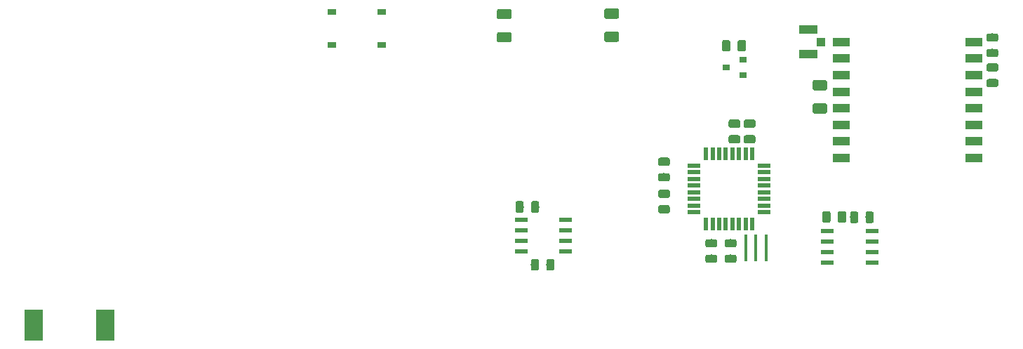
<source format=gtp>
G04 #@! TF.GenerationSoftware,KiCad,Pcbnew,5.0.2-bee76a0~70~ubuntu18.04.1*
G04 #@! TF.CreationDate,2019-01-24T05:23:48+01:00*
G04 #@! TF.ProjectId,radiador,72616469-6164-46f7-922e-6b696361645f,rev?*
G04 #@! TF.SameCoordinates,Original*
G04 #@! TF.FileFunction,Paste,Top*
G04 #@! TF.FilePolarity,Positive*
%FSLAX46Y46*%
G04 Gerber Fmt 4.6, Leading zero omitted, Abs format (unit mm)*
G04 Created by KiCad (PCBNEW 5.0.2-bee76a0~70~ubuntu18.04.1) date jue 24 ene 2019 05:23:48 CET*
%MOMM*%
%LPD*%
G01*
G04 APERTURE LIST*
%ADD10C,0.100000*%
%ADD11C,0.975000*%
%ADD12C,1.250000*%
%ADD13R,0.900000X0.800000*%
%ADD14R,0.550000X1.600000*%
%ADD15R,1.600000X0.550000*%
%ADD16R,1.550000X0.600000*%
%ADD17R,0.400000X3.200000*%
%ADD18R,2.200000X1.050000*%
%ADD19R,1.050000X1.000000*%
%ADD20R,2.000000X1.000000*%
%ADD21R,1.000000X0.700000*%
%ADD22R,2.200000X3.800000*%
G04 APERTURE END LIST*
D10*
G04 #@! TO.C,C13*
G36*
X125474473Y-36152234D02*
X125498134Y-36155744D01*
X125521338Y-36161556D01*
X125543860Y-36169614D01*
X125565484Y-36179842D01*
X125586001Y-36192139D01*
X125605214Y-36206389D01*
X125622938Y-36222453D01*
X125639002Y-36240177D01*
X125653252Y-36259390D01*
X125665549Y-36279907D01*
X125675777Y-36301531D01*
X125683835Y-36324053D01*
X125689647Y-36347257D01*
X125693157Y-36370918D01*
X125694331Y-36394810D01*
X125694331Y-36882310D01*
X125693157Y-36906202D01*
X125689647Y-36929863D01*
X125683835Y-36953067D01*
X125675777Y-36975589D01*
X125665549Y-36997213D01*
X125653252Y-37017730D01*
X125639002Y-37036943D01*
X125622938Y-37054667D01*
X125605214Y-37070731D01*
X125586001Y-37084981D01*
X125565484Y-37097278D01*
X125543860Y-37107506D01*
X125521338Y-37115564D01*
X125498134Y-37121376D01*
X125474473Y-37124886D01*
X125450581Y-37126060D01*
X124538081Y-37126060D01*
X124514189Y-37124886D01*
X124490528Y-37121376D01*
X124467324Y-37115564D01*
X124444802Y-37107506D01*
X124423178Y-37097278D01*
X124402661Y-37084981D01*
X124383448Y-37070731D01*
X124365724Y-37054667D01*
X124349660Y-37036943D01*
X124335410Y-37017730D01*
X124323113Y-36997213D01*
X124312885Y-36975589D01*
X124304827Y-36953067D01*
X124299015Y-36929863D01*
X124295505Y-36906202D01*
X124294331Y-36882310D01*
X124294331Y-36394810D01*
X124295505Y-36370918D01*
X124299015Y-36347257D01*
X124304827Y-36324053D01*
X124312885Y-36301531D01*
X124323113Y-36279907D01*
X124335410Y-36259390D01*
X124349660Y-36240177D01*
X124365724Y-36222453D01*
X124383448Y-36206389D01*
X124402661Y-36192139D01*
X124423178Y-36179842D01*
X124444802Y-36169614D01*
X124467324Y-36161556D01*
X124490528Y-36155744D01*
X124514189Y-36152234D01*
X124538081Y-36151060D01*
X125450581Y-36151060D01*
X125474473Y-36152234D01*
X125474473Y-36152234D01*
G37*
D11*
X124994331Y-36638560D03*
D10*
G36*
X125474473Y-34277234D02*
X125498134Y-34280744D01*
X125521338Y-34286556D01*
X125543860Y-34294614D01*
X125565484Y-34304842D01*
X125586001Y-34317139D01*
X125605214Y-34331389D01*
X125622938Y-34347453D01*
X125639002Y-34365177D01*
X125653252Y-34384390D01*
X125665549Y-34404907D01*
X125675777Y-34426531D01*
X125683835Y-34449053D01*
X125689647Y-34472257D01*
X125693157Y-34495918D01*
X125694331Y-34519810D01*
X125694331Y-35007310D01*
X125693157Y-35031202D01*
X125689647Y-35054863D01*
X125683835Y-35078067D01*
X125675777Y-35100589D01*
X125665549Y-35122213D01*
X125653252Y-35142730D01*
X125639002Y-35161943D01*
X125622938Y-35179667D01*
X125605214Y-35195731D01*
X125586001Y-35209981D01*
X125565484Y-35222278D01*
X125543860Y-35232506D01*
X125521338Y-35240564D01*
X125498134Y-35246376D01*
X125474473Y-35249886D01*
X125450581Y-35251060D01*
X124538081Y-35251060D01*
X124514189Y-35249886D01*
X124490528Y-35246376D01*
X124467324Y-35240564D01*
X124444802Y-35232506D01*
X124423178Y-35222278D01*
X124402661Y-35209981D01*
X124383448Y-35195731D01*
X124365724Y-35179667D01*
X124349660Y-35161943D01*
X124335410Y-35142730D01*
X124323113Y-35122213D01*
X124312885Y-35100589D01*
X124304827Y-35078067D01*
X124299015Y-35054863D01*
X124295505Y-35031202D01*
X124294331Y-35007310D01*
X124294331Y-34519810D01*
X124295505Y-34495918D01*
X124299015Y-34472257D01*
X124304827Y-34449053D01*
X124312885Y-34426531D01*
X124323113Y-34404907D01*
X124335410Y-34384390D01*
X124349660Y-34365177D01*
X124365724Y-34347453D01*
X124383448Y-34331389D01*
X124402661Y-34317139D01*
X124423178Y-34304842D01*
X124444802Y-34294614D01*
X124467324Y-34286556D01*
X124490528Y-34280744D01*
X124514189Y-34277234D01*
X124538081Y-34276060D01*
X125450581Y-34276060D01*
X125474473Y-34277234D01*
X125474473Y-34277234D01*
G37*
D11*
X124994331Y-34763560D03*
G04 #@! TD*
D10*
G04 #@! TO.C,C4*
G36*
X108988896Y-23657363D02*
X109013165Y-23660963D01*
X109036963Y-23666924D01*
X109060063Y-23675189D01*
X109082241Y-23685679D01*
X109103285Y-23698292D01*
X109122990Y-23712906D01*
X109141169Y-23729382D01*
X109157645Y-23747561D01*
X109172259Y-23767266D01*
X109184872Y-23788310D01*
X109195362Y-23810488D01*
X109203627Y-23833588D01*
X109209588Y-23857386D01*
X109213188Y-23881655D01*
X109214392Y-23906159D01*
X109214392Y-24656159D01*
X109213188Y-24680663D01*
X109209588Y-24704932D01*
X109203627Y-24728730D01*
X109195362Y-24751830D01*
X109184872Y-24774008D01*
X109172259Y-24795052D01*
X109157645Y-24814757D01*
X109141169Y-24832936D01*
X109122990Y-24849412D01*
X109103285Y-24864026D01*
X109082241Y-24876639D01*
X109060063Y-24887129D01*
X109036963Y-24895394D01*
X109013165Y-24901355D01*
X108988896Y-24904955D01*
X108964392Y-24906159D01*
X107714392Y-24906159D01*
X107689888Y-24904955D01*
X107665619Y-24901355D01*
X107641821Y-24895394D01*
X107618721Y-24887129D01*
X107596543Y-24876639D01*
X107575499Y-24864026D01*
X107555794Y-24849412D01*
X107537615Y-24832936D01*
X107521139Y-24814757D01*
X107506525Y-24795052D01*
X107493912Y-24774008D01*
X107483422Y-24751830D01*
X107475157Y-24728730D01*
X107469196Y-24704932D01*
X107465596Y-24680663D01*
X107464392Y-24656159D01*
X107464392Y-23906159D01*
X107465596Y-23881655D01*
X107469196Y-23857386D01*
X107475157Y-23833588D01*
X107483422Y-23810488D01*
X107493912Y-23788310D01*
X107506525Y-23767266D01*
X107521139Y-23747561D01*
X107537615Y-23729382D01*
X107555794Y-23712906D01*
X107575499Y-23698292D01*
X107596543Y-23685679D01*
X107618721Y-23675189D01*
X107641821Y-23666924D01*
X107665619Y-23660963D01*
X107689888Y-23657363D01*
X107714392Y-23656159D01*
X108964392Y-23656159D01*
X108988896Y-23657363D01*
X108988896Y-23657363D01*
G37*
D12*
X108339392Y-24281159D03*
D10*
G36*
X108988896Y-20857363D02*
X109013165Y-20860963D01*
X109036963Y-20866924D01*
X109060063Y-20875189D01*
X109082241Y-20885679D01*
X109103285Y-20898292D01*
X109122990Y-20912906D01*
X109141169Y-20929382D01*
X109157645Y-20947561D01*
X109172259Y-20967266D01*
X109184872Y-20988310D01*
X109195362Y-21010488D01*
X109203627Y-21033588D01*
X109209588Y-21057386D01*
X109213188Y-21081655D01*
X109214392Y-21106159D01*
X109214392Y-21856159D01*
X109213188Y-21880663D01*
X109209588Y-21904932D01*
X109203627Y-21928730D01*
X109195362Y-21951830D01*
X109184872Y-21974008D01*
X109172259Y-21995052D01*
X109157645Y-22014757D01*
X109141169Y-22032936D01*
X109122990Y-22049412D01*
X109103285Y-22064026D01*
X109082241Y-22076639D01*
X109060063Y-22087129D01*
X109036963Y-22095394D01*
X109013165Y-22101355D01*
X108988896Y-22104955D01*
X108964392Y-22106159D01*
X107714392Y-22106159D01*
X107689888Y-22104955D01*
X107665619Y-22101355D01*
X107641821Y-22095394D01*
X107618721Y-22087129D01*
X107596543Y-22076639D01*
X107575499Y-22064026D01*
X107555794Y-22049412D01*
X107537615Y-22032936D01*
X107521139Y-22014757D01*
X107506525Y-21995052D01*
X107493912Y-21974008D01*
X107483422Y-21951830D01*
X107475157Y-21928730D01*
X107469196Y-21904932D01*
X107465596Y-21880663D01*
X107464392Y-21856159D01*
X107464392Y-21106159D01*
X107465596Y-21081655D01*
X107469196Y-21057386D01*
X107475157Y-21033588D01*
X107483422Y-21010488D01*
X107493912Y-20988310D01*
X107506525Y-20967266D01*
X107521139Y-20947561D01*
X107537615Y-20929382D01*
X107555794Y-20912906D01*
X107575499Y-20898292D01*
X107596543Y-20885679D01*
X107618721Y-20875189D01*
X107641821Y-20866924D01*
X107665619Y-20860963D01*
X107689888Y-20857363D01*
X107714392Y-20856159D01*
X108964392Y-20856159D01*
X108988896Y-20857363D01*
X108988896Y-20857363D01*
G37*
D12*
X108339392Y-21481159D03*
G04 #@! TD*
D10*
G04 #@! TO.C,R7*
G36*
X99376142Y-44094074D02*
X99399803Y-44097584D01*
X99423007Y-44103396D01*
X99445529Y-44111454D01*
X99467153Y-44121682D01*
X99487670Y-44133979D01*
X99506883Y-44148229D01*
X99524607Y-44164293D01*
X99540671Y-44182017D01*
X99554921Y-44201230D01*
X99567218Y-44221747D01*
X99577446Y-44243371D01*
X99585504Y-44265893D01*
X99591316Y-44289097D01*
X99594826Y-44312758D01*
X99596000Y-44336650D01*
X99596000Y-45249150D01*
X99594826Y-45273042D01*
X99591316Y-45296703D01*
X99585504Y-45319907D01*
X99577446Y-45342429D01*
X99567218Y-45364053D01*
X99554921Y-45384570D01*
X99540671Y-45403783D01*
X99524607Y-45421507D01*
X99506883Y-45437571D01*
X99487670Y-45451821D01*
X99467153Y-45464118D01*
X99445529Y-45474346D01*
X99423007Y-45482404D01*
X99399803Y-45488216D01*
X99376142Y-45491726D01*
X99352250Y-45492900D01*
X98864750Y-45492900D01*
X98840858Y-45491726D01*
X98817197Y-45488216D01*
X98793993Y-45482404D01*
X98771471Y-45474346D01*
X98749847Y-45464118D01*
X98729330Y-45451821D01*
X98710117Y-45437571D01*
X98692393Y-45421507D01*
X98676329Y-45403783D01*
X98662079Y-45384570D01*
X98649782Y-45364053D01*
X98639554Y-45342429D01*
X98631496Y-45319907D01*
X98625684Y-45296703D01*
X98622174Y-45273042D01*
X98621000Y-45249150D01*
X98621000Y-44336650D01*
X98622174Y-44312758D01*
X98625684Y-44289097D01*
X98631496Y-44265893D01*
X98639554Y-44243371D01*
X98649782Y-44221747D01*
X98662079Y-44201230D01*
X98676329Y-44182017D01*
X98692393Y-44164293D01*
X98710117Y-44148229D01*
X98729330Y-44133979D01*
X98749847Y-44121682D01*
X98771471Y-44111454D01*
X98793993Y-44103396D01*
X98817197Y-44097584D01*
X98840858Y-44094074D01*
X98864750Y-44092900D01*
X99352250Y-44092900D01*
X99376142Y-44094074D01*
X99376142Y-44094074D01*
G37*
D11*
X99108500Y-44792900D03*
D10*
G36*
X97501142Y-44094074D02*
X97524803Y-44097584D01*
X97548007Y-44103396D01*
X97570529Y-44111454D01*
X97592153Y-44121682D01*
X97612670Y-44133979D01*
X97631883Y-44148229D01*
X97649607Y-44164293D01*
X97665671Y-44182017D01*
X97679921Y-44201230D01*
X97692218Y-44221747D01*
X97702446Y-44243371D01*
X97710504Y-44265893D01*
X97716316Y-44289097D01*
X97719826Y-44312758D01*
X97721000Y-44336650D01*
X97721000Y-45249150D01*
X97719826Y-45273042D01*
X97716316Y-45296703D01*
X97710504Y-45319907D01*
X97702446Y-45342429D01*
X97692218Y-45364053D01*
X97679921Y-45384570D01*
X97665671Y-45403783D01*
X97649607Y-45421507D01*
X97631883Y-45437571D01*
X97612670Y-45451821D01*
X97592153Y-45464118D01*
X97570529Y-45474346D01*
X97548007Y-45482404D01*
X97524803Y-45488216D01*
X97501142Y-45491726D01*
X97477250Y-45492900D01*
X96989750Y-45492900D01*
X96965858Y-45491726D01*
X96942197Y-45488216D01*
X96918993Y-45482404D01*
X96896471Y-45474346D01*
X96874847Y-45464118D01*
X96854330Y-45451821D01*
X96835117Y-45437571D01*
X96817393Y-45421507D01*
X96801329Y-45403783D01*
X96787079Y-45384570D01*
X96774782Y-45364053D01*
X96764554Y-45342429D01*
X96756496Y-45319907D01*
X96750684Y-45296703D01*
X96747174Y-45273042D01*
X96746000Y-45249150D01*
X96746000Y-44336650D01*
X96747174Y-44312758D01*
X96750684Y-44289097D01*
X96756496Y-44265893D01*
X96764554Y-44243371D01*
X96774782Y-44221747D01*
X96787079Y-44201230D01*
X96801329Y-44182017D01*
X96817393Y-44164293D01*
X96835117Y-44148229D01*
X96854330Y-44133979D01*
X96874847Y-44121682D01*
X96896471Y-44111454D01*
X96918993Y-44103396D01*
X96942197Y-44097584D01*
X96965858Y-44094074D01*
X96989750Y-44092900D01*
X97477250Y-44092900D01*
X97501142Y-44094074D01*
X97501142Y-44094074D01*
G37*
D11*
X97233500Y-44792900D03*
G04 #@! TD*
D10*
G04 #@! TO.C,C3*
G36*
X134108061Y-29504925D02*
X134132330Y-29508525D01*
X134156128Y-29514486D01*
X134179228Y-29522751D01*
X134201406Y-29533241D01*
X134222450Y-29545854D01*
X134242155Y-29560468D01*
X134260334Y-29576944D01*
X134276810Y-29595123D01*
X134291424Y-29614828D01*
X134304037Y-29635872D01*
X134314527Y-29658050D01*
X134322792Y-29681150D01*
X134328753Y-29704948D01*
X134332353Y-29729217D01*
X134333557Y-29753721D01*
X134333557Y-30503721D01*
X134332353Y-30528225D01*
X134328753Y-30552494D01*
X134322792Y-30576292D01*
X134314527Y-30599392D01*
X134304037Y-30621570D01*
X134291424Y-30642614D01*
X134276810Y-30662319D01*
X134260334Y-30680498D01*
X134242155Y-30696974D01*
X134222450Y-30711588D01*
X134201406Y-30724201D01*
X134179228Y-30734691D01*
X134156128Y-30742956D01*
X134132330Y-30748917D01*
X134108061Y-30752517D01*
X134083557Y-30753721D01*
X132833557Y-30753721D01*
X132809053Y-30752517D01*
X132784784Y-30748917D01*
X132760986Y-30742956D01*
X132737886Y-30734691D01*
X132715708Y-30724201D01*
X132694664Y-30711588D01*
X132674959Y-30696974D01*
X132656780Y-30680498D01*
X132640304Y-30662319D01*
X132625690Y-30642614D01*
X132613077Y-30621570D01*
X132602587Y-30599392D01*
X132594322Y-30576292D01*
X132588361Y-30552494D01*
X132584761Y-30528225D01*
X132583557Y-30503721D01*
X132583557Y-29753721D01*
X132584761Y-29729217D01*
X132588361Y-29704948D01*
X132594322Y-29681150D01*
X132602587Y-29658050D01*
X132613077Y-29635872D01*
X132625690Y-29614828D01*
X132640304Y-29595123D01*
X132656780Y-29576944D01*
X132674959Y-29560468D01*
X132694664Y-29545854D01*
X132715708Y-29533241D01*
X132737886Y-29522751D01*
X132760986Y-29514486D01*
X132784784Y-29508525D01*
X132809053Y-29504925D01*
X132833557Y-29503721D01*
X134083557Y-29503721D01*
X134108061Y-29504925D01*
X134108061Y-29504925D01*
G37*
D12*
X133458557Y-30128721D03*
D10*
G36*
X134108061Y-32304925D02*
X134132330Y-32308525D01*
X134156128Y-32314486D01*
X134179228Y-32322751D01*
X134201406Y-32333241D01*
X134222450Y-32345854D01*
X134242155Y-32360468D01*
X134260334Y-32376944D01*
X134276810Y-32395123D01*
X134291424Y-32414828D01*
X134304037Y-32435872D01*
X134314527Y-32458050D01*
X134322792Y-32481150D01*
X134328753Y-32504948D01*
X134332353Y-32529217D01*
X134333557Y-32553721D01*
X134333557Y-33303721D01*
X134332353Y-33328225D01*
X134328753Y-33352494D01*
X134322792Y-33376292D01*
X134314527Y-33399392D01*
X134304037Y-33421570D01*
X134291424Y-33442614D01*
X134276810Y-33462319D01*
X134260334Y-33480498D01*
X134242155Y-33496974D01*
X134222450Y-33511588D01*
X134201406Y-33524201D01*
X134179228Y-33534691D01*
X134156128Y-33542956D01*
X134132330Y-33548917D01*
X134108061Y-33552517D01*
X134083557Y-33553721D01*
X132833557Y-33553721D01*
X132809053Y-33552517D01*
X132784784Y-33548917D01*
X132760986Y-33542956D01*
X132737886Y-33534691D01*
X132715708Y-33524201D01*
X132694664Y-33511588D01*
X132674959Y-33496974D01*
X132656780Y-33480498D01*
X132640304Y-33462319D01*
X132625690Y-33442614D01*
X132613077Y-33421570D01*
X132602587Y-33399392D01*
X132594322Y-33376292D01*
X132588361Y-33352494D01*
X132584761Y-33328225D01*
X132583557Y-33303721D01*
X132583557Y-32553721D01*
X132584761Y-32529217D01*
X132588361Y-32504948D01*
X132594322Y-32481150D01*
X132602587Y-32458050D01*
X132613077Y-32435872D01*
X132625690Y-32414828D01*
X132640304Y-32395123D01*
X132656780Y-32376944D01*
X132674959Y-32360468D01*
X132694664Y-32345854D01*
X132715708Y-32333241D01*
X132737886Y-32322751D01*
X132760986Y-32314486D01*
X132784784Y-32308525D01*
X132809053Y-32304925D01*
X132833557Y-32303721D01*
X134083557Y-32303721D01*
X134108061Y-32304925D01*
X134108061Y-32304925D01*
G37*
D12*
X133458557Y-32928721D03*
G04 #@! TD*
D13*
G04 #@! TO.C,U6*
X124165341Y-28923200D03*
X124165341Y-27023200D03*
X122165341Y-27973200D03*
G04 #@! TD*
D10*
G04 #@! TO.C,R3*
G36*
X134527483Y-45301227D02*
X134551144Y-45304737D01*
X134574348Y-45310549D01*
X134596870Y-45318607D01*
X134618494Y-45328835D01*
X134639011Y-45341132D01*
X134658224Y-45355382D01*
X134675948Y-45371446D01*
X134692012Y-45389170D01*
X134706262Y-45408383D01*
X134718559Y-45428900D01*
X134728787Y-45450524D01*
X134736845Y-45473046D01*
X134742657Y-45496250D01*
X134746167Y-45519911D01*
X134747341Y-45543803D01*
X134747341Y-46456303D01*
X134746167Y-46480195D01*
X134742657Y-46503856D01*
X134736845Y-46527060D01*
X134728787Y-46549582D01*
X134718559Y-46571206D01*
X134706262Y-46591723D01*
X134692012Y-46610936D01*
X134675948Y-46628660D01*
X134658224Y-46644724D01*
X134639011Y-46658974D01*
X134618494Y-46671271D01*
X134596870Y-46681499D01*
X134574348Y-46689557D01*
X134551144Y-46695369D01*
X134527483Y-46698879D01*
X134503591Y-46700053D01*
X134016091Y-46700053D01*
X133992199Y-46698879D01*
X133968538Y-46695369D01*
X133945334Y-46689557D01*
X133922812Y-46681499D01*
X133901188Y-46671271D01*
X133880671Y-46658974D01*
X133861458Y-46644724D01*
X133843734Y-46628660D01*
X133827670Y-46610936D01*
X133813420Y-46591723D01*
X133801123Y-46571206D01*
X133790895Y-46549582D01*
X133782837Y-46527060D01*
X133777025Y-46503856D01*
X133773515Y-46480195D01*
X133772341Y-46456303D01*
X133772341Y-45543803D01*
X133773515Y-45519911D01*
X133777025Y-45496250D01*
X133782837Y-45473046D01*
X133790895Y-45450524D01*
X133801123Y-45428900D01*
X133813420Y-45408383D01*
X133827670Y-45389170D01*
X133843734Y-45371446D01*
X133861458Y-45355382D01*
X133880671Y-45341132D01*
X133901188Y-45328835D01*
X133922812Y-45318607D01*
X133945334Y-45310549D01*
X133968538Y-45304737D01*
X133992199Y-45301227D01*
X134016091Y-45300053D01*
X134503591Y-45300053D01*
X134527483Y-45301227D01*
X134527483Y-45301227D01*
G37*
D11*
X134259841Y-46000053D03*
D10*
G36*
X136402483Y-45301227D02*
X136426144Y-45304737D01*
X136449348Y-45310549D01*
X136471870Y-45318607D01*
X136493494Y-45328835D01*
X136514011Y-45341132D01*
X136533224Y-45355382D01*
X136550948Y-45371446D01*
X136567012Y-45389170D01*
X136581262Y-45408383D01*
X136593559Y-45428900D01*
X136603787Y-45450524D01*
X136611845Y-45473046D01*
X136617657Y-45496250D01*
X136621167Y-45519911D01*
X136622341Y-45543803D01*
X136622341Y-46456303D01*
X136621167Y-46480195D01*
X136617657Y-46503856D01*
X136611845Y-46527060D01*
X136603787Y-46549582D01*
X136593559Y-46571206D01*
X136581262Y-46591723D01*
X136567012Y-46610936D01*
X136550948Y-46628660D01*
X136533224Y-46644724D01*
X136514011Y-46658974D01*
X136493494Y-46671271D01*
X136471870Y-46681499D01*
X136449348Y-46689557D01*
X136426144Y-46695369D01*
X136402483Y-46698879D01*
X136378591Y-46700053D01*
X135891091Y-46700053D01*
X135867199Y-46698879D01*
X135843538Y-46695369D01*
X135820334Y-46689557D01*
X135797812Y-46681499D01*
X135776188Y-46671271D01*
X135755671Y-46658974D01*
X135736458Y-46644724D01*
X135718734Y-46628660D01*
X135702670Y-46610936D01*
X135688420Y-46591723D01*
X135676123Y-46571206D01*
X135665895Y-46549582D01*
X135657837Y-46527060D01*
X135652025Y-46503856D01*
X135648515Y-46480195D01*
X135647341Y-46456303D01*
X135647341Y-45543803D01*
X135648515Y-45519911D01*
X135652025Y-45496250D01*
X135657837Y-45473046D01*
X135665895Y-45450524D01*
X135676123Y-45428900D01*
X135688420Y-45408383D01*
X135702670Y-45389170D01*
X135718734Y-45371446D01*
X135736458Y-45355382D01*
X135755671Y-45341132D01*
X135776188Y-45328835D01*
X135797812Y-45318607D01*
X135820334Y-45310549D01*
X135843538Y-45304737D01*
X135867199Y-45301227D01*
X135891091Y-45300053D01*
X136378591Y-45300053D01*
X136402483Y-45301227D01*
X136402483Y-45301227D01*
G37*
D11*
X136134841Y-46000053D03*
G04 #@! TD*
D14*
G04 #@! TO.C,U7*
X119717831Y-46872560D03*
X120517831Y-46872560D03*
X121317831Y-46872560D03*
X122117831Y-46872560D03*
X122917831Y-46872560D03*
X123717831Y-46872560D03*
X124517831Y-46872560D03*
X125317831Y-46872560D03*
D15*
X126767831Y-45422560D03*
X126767831Y-44622560D03*
X126767831Y-43822560D03*
X126767831Y-43022560D03*
X126767831Y-42222560D03*
X126767831Y-41422560D03*
X126767831Y-40622560D03*
X126767831Y-39822560D03*
D14*
X125317831Y-38372560D03*
X124517831Y-38372560D03*
X123717831Y-38372560D03*
X122917831Y-38372560D03*
X122117831Y-38372560D03*
X121317831Y-38372560D03*
X120517831Y-38372560D03*
X119717831Y-38372560D03*
D15*
X118267831Y-39822560D03*
X118267831Y-40622560D03*
X118267831Y-41422560D03*
X118267831Y-42222560D03*
X118267831Y-43022560D03*
X118267831Y-43822560D03*
X118267831Y-44622560D03*
X118267831Y-45422560D03*
G04 #@! TD*
D16*
G04 #@! TO.C,U5*
X134338841Y-47714553D03*
X134338841Y-48984553D03*
X134338841Y-50254553D03*
X134338841Y-51524553D03*
X139738841Y-51524553D03*
X139738841Y-50254553D03*
X139738841Y-48984553D03*
X139738841Y-47714553D03*
G04 #@! TD*
D10*
G04 #@! TO.C,R6*
G36*
X154766699Y-23881895D02*
X154790360Y-23885405D01*
X154813564Y-23891217D01*
X154836086Y-23899275D01*
X154857710Y-23909503D01*
X154878227Y-23921800D01*
X154897440Y-23936050D01*
X154915164Y-23952114D01*
X154931228Y-23969838D01*
X154945478Y-23989051D01*
X154957775Y-24009568D01*
X154968003Y-24031192D01*
X154976061Y-24053714D01*
X154981873Y-24076918D01*
X154985383Y-24100579D01*
X154986557Y-24124471D01*
X154986557Y-24611971D01*
X154985383Y-24635863D01*
X154981873Y-24659524D01*
X154976061Y-24682728D01*
X154968003Y-24705250D01*
X154957775Y-24726874D01*
X154945478Y-24747391D01*
X154931228Y-24766604D01*
X154915164Y-24784328D01*
X154897440Y-24800392D01*
X154878227Y-24814642D01*
X154857710Y-24826939D01*
X154836086Y-24837167D01*
X154813564Y-24845225D01*
X154790360Y-24851037D01*
X154766699Y-24854547D01*
X154742807Y-24855721D01*
X153830307Y-24855721D01*
X153806415Y-24854547D01*
X153782754Y-24851037D01*
X153759550Y-24845225D01*
X153737028Y-24837167D01*
X153715404Y-24826939D01*
X153694887Y-24814642D01*
X153675674Y-24800392D01*
X153657950Y-24784328D01*
X153641886Y-24766604D01*
X153627636Y-24747391D01*
X153615339Y-24726874D01*
X153605111Y-24705250D01*
X153597053Y-24682728D01*
X153591241Y-24659524D01*
X153587731Y-24635863D01*
X153586557Y-24611971D01*
X153586557Y-24124471D01*
X153587731Y-24100579D01*
X153591241Y-24076918D01*
X153597053Y-24053714D01*
X153605111Y-24031192D01*
X153615339Y-24009568D01*
X153627636Y-23989051D01*
X153641886Y-23969838D01*
X153657950Y-23952114D01*
X153675674Y-23936050D01*
X153694887Y-23921800D01*
X153715404Y-23909503D01*
X153737028Y-23899275D01*
X153759550Y-23891217D01*
X153782754Y-23885405D01*
X153806415Y-23881895D01*
X153830307Y-23880721D01*
X154742807Y-23880721D01*
X154766699Y-23881895D01*
X154766699Y-23881895D01*
G37*
D11*
X154286557Y-24368221D03*
D10*
G36*
X154766699Y-25756895D02*
X154790360Y-25760405D01*
X154813564Y-25766217D01*
X154836086Y-25774275D01*
X154857710Y-25784503D01*
X154878227Y-25796800D01*
X154897440Y-25811050D01*
X154915164Y-25827114D01*
X154931228Y-25844838D01*
X154945478Y-25864051D01*
X154957775Y-25884568D01*
X154968003Y-25906192D01*
X154976061Y-25928714D01*
X154981873Y-25951918D01*
X154985383Y-25975579D01*
X154986557Y-25999471D01*
X154986557Y-26486971D01*
X154985383Y-26510863D01*
X154981873Y-26534524D01*
X154976061Y-26557728D01*
X154968003Y-26580250D01*
X154957775Y-26601874D01*
X154945478Y-26622391D01*
X154931228Y-26641604D01*
X154915164Y-26659328D01*
X154897440Y-26675392D01*
X154878227Y-26689642D01*
X154857710Y-26701939D01*
X154836086Y-26712167D01*
X154813564Y-26720225D01*
X154790360Y-26726037D01*
X154766699Y-26729547D01*
X154742807Y-26730721D01*
X153830307Y-26730721D01*
X153806415Y-26729547D01*
X153782754Y-26726037D01*
X153759550Y-26720225D01*
X153737028Y-26712167D01*
X153715404Y-26701939D01*
X153694887Y-26689642D01*
X153675674Y-26675392D01*
X153657950Y-26659328D01*
X153641886Y-26641604D01*
X153627636Y-26622391D01*
X153615339Y-26601874D01*
X153605111Y-26580250D01*
X153597053Y-26557728D01*
X153591241Y-26534524D01*
X153587731Y-26510863D01*
X153586557Y-26486971D01*
X153586557Y-25999471D01*
X153587731Y-25975579D01*
X153591241Y-25951918D01*
X153597053Y-25928714D01*
X153605111Y-25906192D01*
X153615339Y-25884568D01*
X153627636Y-25864051D01*
X153641886Y-25844838D01*
X153657950Y-25827114D01*
X153675674Y-25811050D01*
X153694887Y-25796800D01*
X153715404Y-25784503D01*
X153737028Y-25774275D01*
X153759550Y-25766217D01*
X153782754Y-25760405D01*
X153806415Y-25756895D01*
X153830307Y-25755721D01*
X154742807Y-25755721D01*
X154766699Y-25756895D01*
X154766699Y-25756895D01*
G37*
D11*
X154286557Y-26243221D03*
G04 #@! TD*
D16*
G04 #@! TO.C,U2*
X102808380Y-46330300D03*
X102808380Y-47600300D03*
X102808380Y-48870300D03*
X102808380Y-50140300D03*
X97408380Y-50140300D03*
X97408380Y-48870300D03*
X97408380Y-47600300D03*
X97408380Y-46330300D03*
G04 #@! TD*
D17*
G04 #@! TO.C,Y1*
X126956331Y-49734560D03*
X125756331Y-49734560D03*
X124556331Y-49734560D03*
G04 #@! TD*
D10*
G04 #@! TO.C,C9*
G36*
X120838973Y-48691734D02*
X120862634Y-48695244D01*
X120885838Y-48701056D01*
X120908360Y-48709114D01*
X120929984Y-48719342D01*
X120950501Y-48731639D01*
X120969714Y-48745889D01*
X120987438Y-48761953D01*
X121003502Y-48779677D01*
X121017752Y-48798890D01*
X121030049Y-48819407D01*
X121040277Y-48841031D01*
X121048335Y-48863553D01*
X121054147Y-48886757D01*
X121057657Y-48910418D01*
X121058831Y-48934310D01*
X121058831Y-49421810D01*
X121057657Y-49445702D01*
X121054147Y-49469363D01*
X121048335Y-49492567D01*
X121040277Y-49515089D01*
X121030049Y-49536713D01*
X121017752Y-49557230D01*
X121003502Y-49576443D01*
X120987438Y-49594167D01*
X120969714Y-49610231D01*
X120950501Y-49624481D01*
X120929984Y-49636778D01*
X120908360Y-49647006D01*
X120885838Y-49655064D01*
X120862634Y-49660876D01*
X120838973Y-49664386D01*
X120815081Y-49665560D01*
X119902581Y-49665560D01*
X119878689Y-49664386D01*
X119855028Y-49660876D01*
X119831824Y-49655064D01*
X119809302Y-49647006D01*
X119787678Y-49636778D01*
X119767161Y-49624481D01*
X119747948Y-49610231D01*
X119730224Y-49594167D01*
X119714160Y-49576443D01*
X119699910Y-49557230D01*
X119687613Y-49536713D01*
X119677385Y-49515089D01*
X119669327Y-49492567D01*
X119663515Y-49469363D01*
X119660005Y-49445702D01*
X119658831Y-49421810D01*
X119658831Y-48934310D01*
X119660005Y-48910418D01*
X119663515Y-48886757D01*
X119669327Y-48863553D01*
X119677385Y-48841031D01*
X119687613Y-48819407D01*
X119699910Y-48798890D01*
X119714160Y-48779677D01*
X119730224Y-48761953D01*
X119747948Y-48745889D01*
X119767161Y-48731639D01*
X119787678Y-48719342D01*
X119809302Y-48709114D01*
X119831824Y-48701056D01*
X119855028Y-48695244D01*
X119878689Y-48691734D01*
X119902581Y-48690560D01*
X120815081Y-48690560D01*
X120838973Y-48691734D01*
X120838973Y-48691734D01*
G37*
D11*
X120358831Y-49178060D03*
D10*
G36*
X120838973Y-50566734D02*
X120862634Y-50570244D01*
X120885838Y-50576056D01*
X120908360Y-50584114D01*
X120929984Y-50594342D01*
X120950501Y-50606639D01*
X120969714Y-50620889D01*
X120987438Y-50636953D01*
X121003502Y-50654677D01*
X121017752Y-50673890D01*
X121030049Y-50694407D01*
X121040277Y-50716031D01*
X121048335Y-50738553D01*
X121054147Y-50761757D01*
X121057657Y-50785418D01*
X121058831Y-50809310D01*
X121058831Y-51296810D01*
X121057657Y-51320702D01*
X121054147Y-51344363D01*
X121048335Y-51367567D01*
X121040277Y-51390089D01*
X121030049Y-51411713D01*
X121017752Y-51432230D01*
X121003502Y-51451443D01*
X120987438Y-51469167D01*
X120969714Y-51485231D01*
X120950501Y-51499481D01*
X120929984Y-51511778D01*
X120908360Y-51522006D01*
X120885838Y-51530064D01*
X120862634Y-51535876D01*
X120838973Y-51539386D01*
X120815081Y-51540560D01*
X119902581Y-51540560D01*
X119878689Y-51539386D01*
X119855028Y-51535876D01*
X119831824Y-51530064D01*
X119809302Y-51522006D01*
X119787678Y-51511778D01*
X119767161Y-51499481D01*
X119747948Y-51485231D01*
X119730224Y-51469167D01*
X119714160Y-51451443D01*
X119699910Y-51432230D01*
X119687613Y-51411713D01*
X119677385Y-51390089D01*
X119669327Y-51367567D01*
X119663515Y-51344363D01*
X119660005Y-51320702D01*
X119658831Y-51296810D01*
X119658831Y-50809310D01*
X119660005Y-50785418D01*
X119663515Y-50761757D01*
X119669327Y-50738553D01*
X119677385Y-50716031D01*
X119687613Y-50694407D01*
X119699910Y-50673890D01*
X119714160Y-50654677D01*
X119730224Y-50636953D01*
X119747948Y-50620889D01*
X119767161Y-50606639D01*
X119787678Y-50594342D01*
X119809302Y-50584114D01*
X119831824Y-50576056D01*
X119855028Y-50570244D01*
X119878689Y-50566734D01*
X119902581Y-50565560D01*
X120815081Y-50565560D01*
X120838973Y-50566734D01*
X120838973Y-50566734D01*
G37*
D11*
X120358831Y-51053060D03*
G04 #@! TD*
D10*
G04 #@! TO.C,C1*
G36*
X99342642Y-51079074D02*
X99366303Y-51082584D01*
X99389507Y-51088396D01*
X99412029Y-51096454D01*
X99433653Y-51106682D01*
X99454170Y-51118979D01*
X99473383Y-51133229D01*
X99491107Y-51149293D01*
X99507171Y-51167017D01*
X99521421Y-51186230D01*
X99533718Y-51206747D01*
X99543946Y-51228371D01*
X99552004Y-51250893D01*
X99557816Y-51274097D01*
X99561326Y-51297758D01*
X99562500Y-51321650D01*
X99562500Y-52234150D01*
X99561326Y-52258042D01*
X99557816Y-52281703D01*
X99552004Y-52304907D01*
X99543946Y-52327429D01*
X99533718Y-52349053D01*
X99521421Y-52369570D01*
X99507171Y-52388783D01*
X99491107Y-52406507D01*
X99473383Y-52422571D01*
X99454170Y-52436821D01*
X99433653Y-52449118D01*
X99412029Y-52459346D01*
X99389507Y-52467404D01*
X99366303Y-52473216D01*
X99342642Y-52476726D01*
X99318750Y-52477900D01*
X98831250Y-52477900D01*
X98807358Y-52476726D01*
X98783697Y-52473216D01*
X98760493Y-52467404D01*
X98737971Y-52459346D01*
X98716347Y-52449118D01*
X98695830Y-52436821D01*
X98676617Y-52422571D01*
X98658893Y-52406507D01*
X98642829Y-52388783D01*
X98628579Y-52369570D01*
X98616282Y-52349053D01*
X98606054Y-52327429D01*
X98597996Y-52304907D01*
X98592184Y-52281703D01*
X98588674Y-52258042D01*
X98587500Y-52234150D01*
X98587500Y-51321650D01*
X98588674Y-51297758D01*
X98592184Y-51274097D01*
X98597996Y-51250893D01*
X98606054Y-51228371D01*
X98616282Y-51206747D01*
X98628579Y-51186230D01*
X98642829Y-51167017D01*
X98658893Y-51149293D01*
X98676617Y-51133229D01*
X98695830Y-51118979D01*
X98716347Y-51106682D01*
X98737971Y-51096454D01*
X98760493Y-51088396D01*
X98783697Y-51082584D01*
X98807358Y-51079074D01*
X98831250Y-51077900D01*
X99318750Y-51077900D01*
X99342642Y-51079074D01*
X99342642Y-51079074D01*
G37*
D11*
X99075000Y-51777900D03*
D10*
G36*
X101217642Y-51079074D02*
X101241303Y-51082584D01*
X101264507Y-51088396D01*
X101287029Y-51096454D01*
X101308653Y-51106682D01*
X101329170Y-51118979D01*
X101348383Y-51133229D01*
X101366107Y-51149293D01*
X101382171Y-51167017D01*
X101396421Y-51186230D01*
X101408718Y-51206747D01*
X101418946Y-51228371D01*
X101427004Y-51250893D01*
X101432816Y-51274097D01*
X101436326Y-51297758D01*
X101437500Y-51321650D01*
X101437500Y-52234150D01*
X101436326Y-52258042D01*
X101432816Y-52281703D01*
X101427004Y-52304907D01*
X101418946Y-52327429D01*
X101408718Y-52349053D01*
X101396421Y-52369570D01*
X101382171Y-52388783D01*
X101366107Y-52406507D01*
X101348383Y-52422571D01*
X101329170Y-52436821D01*
X101308653Y-52449118D01*
X101287029Y-52459346D01*
X101264507Y-52467404D01*
X101241303Y-52473216D01*
X101217642Y-52476726D01*
X101193750Y-52477900D01*
X100706250Y-52477900D01*
X100682358Y-52476726D01*
X100658697Y-52473216D01*
X100635493Y-52467404D01*
X100612971Y-52459346D01*
X100591347Y-52449118D01*
X100570830Y-52436821D01*
X100551617Y-52422571D01*
X100533893Y-52406507D01*
X100517829Y-52388783D01*
X100503579Y-52369570D01*
X100491282Y-52349053D01*
X100481054Y-52327429D01*
X100472996Y-52304907D01*
X100467184Y-52281703D01*
X100463674Y-52258042D01*
X100462500Y-52234150D01*
X100462500Y-51321650D01*
X100463674Y-51297758D01*
X100467184Y-51274097D01*
X100472996Y-51250893D01*
X100481054Y-51228371D01*
X100491282Y-51206747D01*
X100503579Y-51186230D01*
X100517829Y-51167017D01*
X100533893Y-51149293D01*
X100551617Y-51133229D01*
X100570830Y-51118979D01*
X100591347Y-51106682D01*
X100612971Y-51096454D01*
X100635493Y-51088396D01*
X100658697Y-51082584D01*
X100682358Y-51079074D01*
X100706250Y-51077900D01*
X101193750Y-51077900D01*
X101217642Y-51079074D01*
X101217642Y-51079074D01*
G37*
D11*
X100950000Y-51777900D03*
G04 #@! TD*
D10*
G04 #@! TO.C,R5*
G36*
X154766699Y-27501395D02*
X154790360Y-27504905D01*
X154813564Y-27510717D01*
X154836086Y-27518775D01*
X154857710Y-27529003D01*
X154878227Y-27541300D01*
X154897440Y-27555550D01*
X154915164Y-27571614D01*
X154931228Y-27589338D01*
X154945478Y-27608551D01*
X154957775Y-27629068D01*
X154968003Y-27650692D01*
X154976061Y-27673214D01*
X154981873Y-27696418D01*
X154985383Y-27720079D01*
X154986557Y-27743971D01*
X154986557Y-28231471D01*
X154985383Y-28255363D01*
X154981873Y-28279024D01*
X154976061Y-28302228D01*
X154968003Y-28324750D01*
X154957775Y-28346374D01*
X154945478Y-28366891D01*
X154931228Y-28386104D01*
X154915164Y-28403828D01*
X154897440Y-28419892D01*
X154878227Y-28434142D01*
X154857710Y-28446439D01*
X154836086Y-28456667D01*
X154813564Y-28464725D01*
X154790360Y-28470537D01*
X154766699Y-28474047D01*
X154742807Y-28475221D01*
X153830307Y-28475221D01*
X153806415Y-28474047D01*
X153782754Y-28470537D01*
X153759550Y-28464725D01*
X153737028Y-28456667D01*
X153715404Y-28446439D01*
X153694887Y-28434142D01*
X153675674Y-28419892D01*
X153657950Y-28403828D01*
X153641886Y-28386104D01*
X153627636Y-28366891D01*
X153615339Y-28346374D01*
X153605111Y-28324750D01*
X153597053Y-28302228D01*
X153591241Y-28279024D01*
X153587731Y-28255363D01*
X153586557Y-28231471D01*
X153586557Y-27743971D01*
X153587731Y-27720079D01*
X153591241Y-27696418D01*
X153597053Y-27673214D01*
X153605111Y-27650692D01*
X153615339Y-27629068D01*
X153627636Y-27608551D01*
X153641886Y-27589338D01*
X153657950Y-27571614D01*
X153675674Y-27555550D01*
X153694887Y-27541300D01*
X153715404Y-27529003D01*
X153737028Y-27518775D01*
X153759550Y-27510717D01*
X153782754Y-27504905D01*
X153806415Y-27501395D01*
X153830307Y-27500221D01*
X154742807Y-27500221D01*
X154766699Y-27501395D01*
X154766699Y-27501395D01*
G37*
D11*
X154286557Y-27987721D03*
D10*
G36*
X154766699Y-29376395D02*
X154790360Y-29379905D01*
X154813564Y-29385717D01*
X154836086Y-29393775D01*
X154857710Y-29404003D01*
X154878227Y-29416300D01*
X154897440Y-29430550D01*
X154915164Y-29446614D01*
X154931228Y-29464338D01*
X154945478Y-29483551D01*
X154957775Y-29504068D01*
X154968003Y-29525692D01*
X154976061Y-29548214D01*
X154981873Y-29571418D01*
X154985383Y-29595079D01*
X154986557Y-29618971D01*
X154986557Y-30106471D01*
X154985383Y-30130363D01*
X154981873Y-30154024D01*
X154976061Y-30177228D01*
X154968003Y-30199750D01*
X154957775Y-30221374D01*
X154945478Y-30241891D01*
X154931228Y-30261104D01*
X154915164Y-30278828D01*
X154897440Y-30294892D01*
X154878227Y-30309142D01*
X154857710Y-30321439D01*
X154836086Y-30331667D01*
X154813564Y-30339725D01*
X154790360Y-30345537D01*
X154766699Y-30349047D01*
X154742807Y-30350221D01*
X153830307Y-30350221D01*
X153806415Y-30349047D01*
X153782754Y-30345537D01*
X153759550Y-30339725D01*
X153737028Y-30331667D01*
X153715404Y-30321439D01*
X153694887Y-30309142D01*
X153675674Y-30294892D01*
X153657950Y-30278828D01*
X153641886Y-30261104D01*
X153627636Y-30241891D01*
X153615339Y-30221374D01*
X153605111Y-30199750D01*
X153597053Y-30177228D01*
X153591241Y-30154024D01*
X153587731Y-30130363D01*
X153586557Y-30106471D01*
X153586557Y-29618971D01*
X153587731Y-29595079D01*
X153591241Y-29571418D01*
X153597053Y-29548214D01*
X153605111Y-29525692D01*
X153615339Y-29504068D01*
X153627636Y-29483551D01*
X153641886Y-29464338D01*
X153657950Y-29446614D01*
X153675674Y-29430550D01*
X153694887Y-29416300D01*
X153715404Y-29404003D01*
X153737028Y-29393775D01*
X153759550Y-29385717D01*
X153782754Y-29379905D01*
X153806415Y-29376395D01*
X153830307Y-29375221D01*
X154742807Y-29375221D01*
X154766699Y-29376395D01*
X154766699Y-29376395D01*
G37*
D11*
X154286557Y-29862721D03*
G04 #@! TD*
D10*
G04 #@! TO.C,R4*
G36*
X115135742Y-38860574D02*
X115159403Y-38864084D01*
X115182607Y-38869896D01*
X115205129Y-38877954D01*
X115226753Y-38888182D01*
X115247270Y-38900479D01*
X115266483Y-38914729D01*
X115284207Y-38930793D01*
X115300271Y-38948517D01*
X115314521Y-38967730D01*
X115326818Y-38988247D01*
X115337046Y-39009871D01*
X115345104Y-39032393D01*
X115350916Y-39055597D01*
X115354426Y-39079258D01*
X115355600Y-39103150D01*
X115355600Y-39590650D01*
X115354426Y-39614542D01*
X115350916Y-39638203D01*
X115345104Y-39661407D01*
X115337046Y-39683929D01*
X115326818Y-39705553D01*
X115314521Y-39726070D01*
X115300271Y-39745283D01*
X115284207Y-39763007D01*
X115266483Y-39779071D01*
X115247270Y-39793321D01*
X115226753Y-39805618D01*
X115205129Y-39815846D01*
X115182607Y-39823904D01*
X115159403Y-39829716D01*
X115135742Y-39833226D01*
X115111850Y-39834400D01*
X114199350Y-39834400D01*
X114175458Y-39833226D01*
X114151797Y-39829716D01*
X114128593Y-39823904D01*
X114106071Y-39815846D01*
X114084447Y-39805618D01*
X114063930Y-39793321D01*
X114044717Y-39779071D01*
X114026993Y-39763007D01*
X114010929Y-39745283D01*
X113996679Y-39726070D01*
X113984382Y-39705553D01*
X113974154Y-39683929D01*
X113966096Y-39661407D01*
X113960284Y-39638203D01*
X113956774Y-39614542D01*
X113955600Y-39590650D01*
X113955600Y-39103150D01*
X113956774Y-39079258D01*
X113960284Y-39055597D01*
X113966096Y-39032393D01*
X113974154Y-39009871D01*
X113984382Y-38988247D01*
X113996679Y-38967730D01*
X114010929Y-38948517D01*
X114026993Y-38930793D01*
X114044717Y-38914729D01*
X114063930Y-38900479D01*
X114084447Y-38888182D01*
X114106071Y-38877954D01*
X114128593Y-38869896D01*
X114151797Y-38864084D01*
X114175458Y-38860574D01*
X114199350Y-38859400D01*
X115111850Y-38859400D01*
X115135742Y-38860574D01*
X115135742Y-38860574D01*
G37*
D11*
X114655600Y-39346900D03*
D10*
G36*
X115135742Y-40735574D02*
X115159403Y-40739084D01*
X115182607Y-40744896D01*
X115205129Y-40752954D01*
X115226753Y-40763182D01*
X115247270Y-40775479D01*
X115266483Y-40789729D01*
X115284207Y-40805793D01*
X115300271Y-40823517D01*
X115314521Y-40842730D01*
X115326818Y-40863247D01*
X115337046Y-40884871D01*
X115345104Y-40907393D01*
X115350916Y-40930597D01*
X115354426Y-40954258D01*
X115355600Y-40978150D01*
X115355600Y-41465650D01*
X115354426Y-41489542D01*
X115350916Y-41513203D01*
X115345104Y-41536407D01*
X115337046Y-41558929D01*
X115326818Y-41580553D01*
X115314521Y-41601070D01*
X115300271Y-41620283D01*
X115284207Y-41638007D01*
X115266483Y-41654071D01*
X115247270Y-41668321D01*
X115226753Y-41680618D01*
X115205129Y-41690846D01*
X115182607Y-41698904D01*
X115159403Y-41704716D01*
X115135742Y-41708226D01*
X115111850Y-41709400D01*
X114199350Y-41709400D01*
X114175458Y-41708226D01*
X114151797Y-41704716D01*
X114128593Y-41698904D01*
X114106071Y-41690846D01*
X114084447Y-41680618D01*
X114063930Y-41668321D01*
X114044717Y-41654071D01*
X114026993Y-41638007D01*
X114010929Y-41620283D01*
X113996679Y-41601070D01*
X113984382Y-41580553D01*
X113974154Y-41558929D01*
X113966096Y-41536407D01*
X113960284Y-41513203D01*
X113956774Y-41489542D01*
X113955600Y-41465650D01*
X113955600Y-40978150D01*
X113956774Y-40954258D01*
X113960284Y-40930597D01*
X113966096Y-40907393D01*
X113974154Y-40884871D01*
X113984382Y-40863247D01*
X113996679Y-40842730D01*
X114010929Y-40823517D01*
X114026993Y-40805793D01*
X114044717Y-40789729D01*
X114063930Y-40775479D01*
X114084447Y-40763182D01*
X114106071Y-40752954D01*
X114128593Y-40744896D01*
X114151797Y-40739084D01*
X114175458Y-40735574D01*
X114199350Y-40734400D01*
X115111850Y-40734400D01*
X115135742Y-40735574D01*
X115135742Y-40735574D01*
G37*
D11*
X114655600Y-41221900D03*
G04 #@! TD*
D10*
G04 #@! TO.C,C8*
G36*
X123188473Y-50566734D02*
X123212134Y-50570244D01*
X123235338Y-50576056D01*
X123257860Y-50584114D01*
X123279484Y-50594342D01*
X123300001Y-50606639D01*
X123319214Y-50620889D01*
X123336938Y-50636953D01*
X123353002Y-50654677D01*
X123367252Y-50673890D01*
X123379549Y-50694407D01*
X123389777Y-50716031D01*
X123397835Y-50738553D01*
X123403647Y-50761757D01*
X123407157Y-50785418D01*
X123408331Y-50809310D01*
X123408331Y-51296810D01*
X123407157Y-51320702D01*
X123403647Y-51344363D01*
X123397835Y-51367567D01*
X123389777Y-51390089D01*
X123379549Y-51411713D01*
X123367252Y-51432230D01*
X123353002Y-51451443D01*
X123336938Y-51469167D01*
X123319214Y-51485231D01*
X123300001Y-51499481D01*
X123279484Y-51511778D01*
X123257860Y-51522006D01*
X123235338Y-51530064D01*
X123212134Y-51535876D01*
X123188473Y-51539386D01*
X123164581Y-51540560D01*
X122252081Y-51540560D01*
X122228189Y-51539386D01*
X122204528Y-51535876D01*
X122181324Y-51530064D01*
X122158802Y-51522006D01*
X122137178Y-51511778D01*
X122116661Y-51499481D01*
X122097448Y-51485231D01*
X122079724Y-51469167D01*
X122063660Y-51451443D01*
X122049410Y-51432230D01*
X122037113Y-51411713D01*
X122026885Y-51390089D01*
X122018827Y-51367567D01*
X122013015Y-51344363D01*
X122009505Y-51320702D01*
X122008331Y-51296810D01*
X122008331Y-50809310D01*
X122009505Y-50785418D01*
X122013015Y-50761757D01*
X122018827Y-50738553D01*
X122026885Y-50716031D01*
X122037113Y-50694407D01*
X122049410Y-50673890D01*
X122063660Y-50654677D01*
X122079724Y-50636953D01*
X122097448Y-50620889D01*
X122116661Y-50606639D01*
X122137178Y-50594342D01*
X122158802Y-50584114D01*
X122181324Y-50576056D01*
X122204528Y-50570244D01*
X122228189Y-50566734D01*
X122252081Y-50565560D01*
X123164581Y-50565560D01*
X123188473Y-50566734D01*
X123188473Y-50566734D01*
G37*
D11*
X122708331Y-51053060D03*
D10*
G36*
X123188473Y-48691734D02*
X123212134Y-48695244D01*
X123235338Y-48701056D01*
X123257860Y-48709114D01*
X123279484Y-48719342D01*
X123300001Y-48731639D01*
X123319214Y-48745889D01*
X123336938Y-48761953D01*
X123353002Y-48779677D01*
X123367252Y-48798890D01*
X123379549Y-48819407D01*
X123389777Y-48841031D01*
X123397835Y-48863553D01*
X123403647Y-48886757D01*
X123407157Y-48910418D01*
X123408331Y-48934310D01*
X123408331Y-49421810D01*
X123407157Y-49445702D01*
X123403647Y-49469363D01*
X123397835Y-49492567D01*
X123389777Y-49515089D01*
X123379549Y-49536713D01*
X123367252Y-49557230D01*
X123353002Y-49576443D01*
X123336938Y-49594167D01*
X123319214Y-49610231D01*
X123300001Y-49624481D01*
X123279484Y-49636778D01*
X123257860Y-49647006D01*
X123235338Y-49655064D01*
X123212134Y-49660876D01*
X123188473Y-49664386D01*
X123164581Y-49665560D01*
X122252081Y-49665560D01*
X122228189Y-49664386D01*
X122204528Y-49660876D01*
X122181324Y-49655064D01*
X122158802Y-49647006D01*
X122137178Y-49636778D01*
X122116661Y-49624481D01*
X122097448Y-49610231D01*
X122079724Y-49594167D01*
X122063660Y-49576443D01*
X122049410Y-49557230D01*
X122037113Y-49536713D01*
X122026885Y-49515089D01*
X122018827Y-49492567D01*
X122013015Y-49469363D01*
X122009505Y-49445702D01*
X122008331Y-49421810D01*
X122008331Y-48934310D01*
X122009505Y-48910418D01*
X122013015Y-48886757D01*
X122018827Y-48863553D01*
X122026885Y-48841031D01*
X122037113Y-48819407D01*
X122049410Y-48798890D01*
X122063660Y-48779677D01*
X122079724Y-48761953D01*
X122097448Y-48745889D01*
X122116661Y-48731639D01*
X122137178Y-48719342D01*
X122158802Y-48709114D01*
X122181324Y-48701056D01*
X122204528Y-48695244D01*
X122228189Y-48691734D01*
X122252081Y-48690560D01*
X123164581Y-48690560D01*
X123188473Y-48691734D01*
X123188473Y-48691734D01*
G37*
D11*
X122708331Y-49178060D03*
G04 #@! TD*
D18*
G04 #@! TO.C,AE1*
X132031057Y-26399721D03*
D19*
X133556057Y-24924721D03*
D18*
X132031057Y-23449721D03*
G04 #@! TD*
D10*
G04 #@! TO.C,C7*
G36*
X122431983Y-24670874D02*
X122455644Y-24674384D01*
X122478848Y-24680196D01*
X122501370Y-24688254D01*
X122522994Y-24698482D01*
X122543511Y-24710779D01*
X122562724Y-24725029D01*
X122580448Y-24741093D01*
X122596512Y-24758817D01*
X122610762Y-24778030D01*
X122623059Y-24798547D01*
X122633287Y-24820171D01*
X122641345Y-24842693D01*
X122647157Y-24865897D01*
X122650667Y-24889558D01*
X122651841Y-24913450D01*
X122651841Y-25825950D01*
X122650667Y-25849842D01*
X122647157Y-25873503D01*
X122641345Y-25896707D01*
X122633287Y-25919229D01*
X122623059Y-25940853D01*
X122610762Y-25961370D01*
X122596512Y-25980583D01*
X122580448Y-25998307D01*
X122562724Y-26014371D01*
X122543511Y-26028621D01*
X122522994Y-26040918D01*
X122501370Y-26051146D01*
X122478848Y-26059204D01*
X122455644Y-26065016D01*
X122431983Y-26068526D01*
X122408091Y-26069700D01*
X121920591Y-26069700D01*
X121896699Y-26068526D01*
X121873038Y-26065016D01*
X121849834Y-26059204D01*
X121827312Y-26051146D01*
X121805688Y-26040918D01*
X121785171Y-26028621D01*
X121765958Y-26014371D01*
X121748234Y-25998307D01*
X121732170Y-25980583D01*
X121717920Y-25961370D01*
X121705623Y-25940853D01*
X121695395Y-25919229D01*
X121687337Y-25896707D01*
X121681525Y-25873503D01*
X121678015Y-25849842D01*
X121676841Y-25825950D01*
X121676841Y-24913450D01*
X121678015Y-24889558D01*
X121681525Y-24865897D01*
X121687337Y-24842693D01*
X121695395Y-24820171D01*
X121705623Y-24798547D01*
X121717920Y-24778030D01*
X121732170Y-24758817D01*
X121748234Y-24741093D01*
X121765958Y-24725029D01*
X121785171Y-24710779D01*
X121805688Y-24698482D01*
X121827312Y-24688254D01*
X121849834Y-24680196D01*
X121873038Y-24674384D01*
X121896699Y-24670874D01*
X121920591Y-24669700D01*
X122408091Y-24669700D01*
X122431983Y-24670874D01*
X122431983Y-24670874D01*
G37*
D11*
X122164341Y-25369700D03*
D10*
G36*
X124306983Y-24670874D02*
X124330644Y-24674384D01*
X124353848Y-24680196D01*
X124376370Y-24688254D01*
X124397994Y-24698482D01*
X124418511Y-24710779D01*
X124437724Y-24725029D01*
X124455448Y-24741093D01*
X124471512Y-24758817D01*
X124485762Y-24778030D01*
X124498059Y-24798547D01*
X124508287Y-24820171D01*
X124516345Y-24842693D01*
X124522157Y-24865897D01*
X124525667Y-24889558D01*
X124526841Y-24913450D01*
X124526841Y-25825950D01*
X124525667Y-25849842D01*
X124522157Y-25873503D01*
X124516345Y-25896707D01*
X124508287Y-25919229D01*
X124498059Y-25940853D01*
X124485762Y-25961370D01*
X124471512Y-25980583D01*
X124455448Y-25998307D01*
X124437724Y-26014371D01*
X124418511Y-26028621D01*
X124397994Y-26040918D01*
X124376370Y-26051146D01*
X124353848Y-26059204D01*
X124330644Y-26065016D01*
X124306983Y-26068526D01*
X124283091Y-26069700D01*
X123795591Y-26069700D01*
X123771699Y-26068526D01*
X123748038Y-26065016D01*
X123724834Y-26059204D01*
X123702312Y-26051146D01*
X123680688Y-26040918D01*
X123660171Y-26028621D01*
X123640958Y-26014371D01*
X123623234Y-25998307D01*
X123607170Y-25980583D01*
X123592920Y-25961370D01*
X123580623Y-25940853D01*
X123570395Y-25919229D01*
X123562337Y-25896707D01*
X123556525Y-25873503D01*
X123553015Y-25849842D01*
X123551841Y-25825950D01*
X123551841Y-24913450D01*
X123553015Y-24889558D01*
X123556525Y-24865897D01*
X123562337Y-24842693D01*
X123570395Y-24820171D01*
X123580623Y-24798547D01*
X123592920Y-24778030D01*
X123607170Y-24758817D01*
X123623234Y-24741093D01*
X123640958Y-24725029D01*
X123660171Y-24710779D01*
X123680688Y-24698482D01*
X123702312Y-24688254D01*
X123724834Y-24680196D01*
X123748038Y-24674384D01*
X123771699Y-24670874D01*
X123795591Y-24669700D01*
X124283091Y-24669700D01*
X124306983Y-24670874D01*
X124306983Y-24670874D01*
G37*
D11*
X124039341Y-25369700D03*
G04 #@! TD*
D10*
G04 #@! TO.C,C5*
G36*
X96034896Y-20920863D02*
X96059165Y-20924463D01*
X96082963Y-20930424D01*
X96106063Y-20938689D01*
X96128241Y-20949179D01*
X96149285Y-20961792D01*
X96168990Y-20976406D01*
X96187169Y-20992882D01*
X96203645Y-21011061D01*
X96218259Y-21030766D01*
X96230872Y-21051810D01*
X96241362Y-21073988D01*
X96249627Y-21097088D01*
X96255588Y-21120886D01*
X96259188Y-21145155D01*
X96260392Y-21169659D01*
X96260392Y-21919659D01*
X96259188Y-21944163D01*
X96255588Y-21968432D01*
X96249627Y-21992230D01*
X96241362Y-22015330D01*
X96230872Y-22037508D01*
X96218259Y-22058552D01*
X96203645Y-22078257D01*
X96187169Y-22096436D01*
X96168990Y-22112912D01*
X96149285Y-22127526D01*
X96128241Y-22140139D01*
X96106063Y-22150629D01*
X96082963Y-22158894D01*
X96059165Y-22164855D01*
X96034896Y-22168455D01*
X96010392Y-22169659D01*
X94760392Y-22169659D01*
X94735888Y-22168455D01*
X94711619Y-22164855D01*
X94687821Y-22158894D01*
X94664721Y-22150629D01*
X94642543Y-22140139D01*
X94621499Y-22127526D01*
X94601794Y-22112912D01*
X94583615Y-22096436D01*
X94567139Y-22078257D01*
X94552525Y-22058552D01*
X94539912Y-22037508D01*
X94529422Y-22015330D01*
X94521157Y-21992230D01*
X94515196Y-21968432D01*
X94511596Y-21944163D01*
X94510392Y-21919659D01*
X94510392Y-21169659D01*
X94511596Y-21145155D01*
X94515196Y-21120886D01*
X94521157Y-21097088D01*
X94529422Y-21073988D01*
X94539912Y-21051810D01*
X94552525Y-21030766D01*
X94567139Y-21011061D01*
X94583615Y-20992882D01*
X94601794Y-20976406D01*
X94621499Y-20961792D01*
X94642543Y-20949179D01*
X94664721Y-20938689D01*
X94687821Y-20930424D01*
X94711619Y-20924463D01*
X94735888Y-20920863D01*
X94760392Y-20919659D01*
X96010392Y-20919659D01*
X96034896Y-20920863D01*
X96034896Y-20920863D01*
G37*
D12*
X95385392Y-21544659D03*
D10*
G36*
X96034896Y-23720863D02*
X96059165Y-23724463D01*
X96082963Y-23730424D01*
X96106063Y-23738689D01*
X96128241Y-23749179D01*
X96149285Y-23761792D01*
X96168990Y-23776406D01*
X96187169Y-23792882D01*
X96203645Y-23811061D01*
X96218259Y-23830766D01*
X96230872Y-23851810D01*
X96241362Y-23873988D01*
X96249627Y-23897088D01*
X96255588Y-23920886D01*
X96259188Y-23945155D01*
X96260392Y-23969659D01*
X96260392Y-24719659D01*
X96259188Y-24744163D01*
X96255588Y-24768432D01*
X96249627Y-24792230D01*
X96241362Y-24815330D01*
X96230872Y-24837508D01*
X96218259Y-24858552D01*
X96203645Y-24878257D01*
X96187169Y-24896436D01*
X96168990Y-24912912D01*
X96149285Y-24927526D01*
X96128241Y-24940139D01*
X96106063Y-24950629D01*
X96082963Y-24958894D01*
X96059165Y-24964855D01*
X96034896Y-24968455D01*
X96010392Y-24969659D01*
X94760392Y-24969659D01*
X94735888Y-24968455D01*
X94711619Y-24964855D01*
X94687821Y-24958894D01*
X94664721Y-24950629D01*
X94642543Y-24940139D01*
X94621499Y-24927526D01*
X94601794Y-24912912D01*
X94583615Y-24896436D01*
X94567139Y-24878257D01*
X94552525Y-24858552D01*
X94539912Y-24837508D01*
X94529422Y-24815330D01*
X94521157Y-24792230D01*
X94515196Y-24768432D01*
X94511596Y-24744163D01*
X94510392Y-24719659D01*
X94510392Y-23969659D01*
X94511596Y-23945155D01*
X94515196Y-23920886D01*
X94521157Y-23897088D01*
X94529422Y-23873988D01*
X94539912Y-23851810D01*
X94552525Y-23830766D01*
X94567139Y-23811061D01*
X94583615Y-23792882D01*
X94601794Y-23776406D01*
X94621499Y-23761792D01*
X94642543Y-23749179D01*
X94664721Y-23738689D01*
X94687821Y-23730424D01*
X94711619Y-23724463D01*
X94735888Y-23720863D01*
X94760392Y-23719659D01*
X96010392Y-23719659D01*
X96034896Y-23720863D01*
X96034896Y-23720863D01*
G37*
D12*
X95385392Y-24344659D03*
G04 #@! TD*
D10*
G04 #@! TO.C,C11*
G36*
X115135742Y-44596374D02*
X115159403Y-44599884D01*
X115182607Y-44605696D01*
X115205129Y-44613754D01*
X115226753Y-44623982D01*
X115247270Y-44636279D01*
X115266483Y-44650529D01*
X115284207Y-44666593D01*
X115300271Y-44684317D01*
X115314521Y-44703530D01*
X115326818Y-44724047D01*
X115337046Y-44745671D01*
X115345104Y-44768193D01*
X115350916Y-44791397D01*
X115354426Y-44815058D01*
X115355600Y-44838950D01*
X115355600Y-45326450D01*
X115354426Y-45350342D01*
X115350916Y-45374003D01*
X115345104Y-45397207D01*
X115337046Y-45419729D01*
X115326818Y-45441353D01*
X115314521Y-45461870D01*
X115300271Y-45481083D01*
X115284207Y-45498807D01*
X115266483Y-45514871D01*
X115247270Y-45529121D01*
X115226753Y-45541418D01*
X115205129Y-45551646D01*
X115182607Y-45559704D01*
X115159403Y-45565516D01*
X115135742Y-45569026D01*
X115111850Y-45570200D01*
X114199350Y-45570200D01*
X114175458Y-45569026D01*
X114151797Y-45565516D01*
X114128593Y-45559704D01*
X114106071Y-45551646D01*
X114084447Y-45541418D01*
X114063930Y-45529121D01*
X114044717Y-45514871D01*
X114026993Y-45498807D01*
X114010929Y-45481083D01*
X113996679Y-45461870D01*
X113984382Y-45441353D01*
X113974154Y-45419729D01*
X113966096Y-45397207D01*
X113960284Y-45374003D01*
X113956774Y-45350342D01*
X113955600Y-45326450D01*
X113955600Y-44838950D01*
X113956774Y-44815058D01*
X113960284Y-44791397D01*
X113966096Y-44768193D01*
X113974154Y-44745671D01*
X113984382Y-44724047D01*
X113996679Y-44703530D01*
X114010929Y-44684317D01*
X114026993Y-44666593D01*
X114044717Y-44650529D01*
X114063930Y-44636279D01*
X114084447Y-44623982D01*
X114106071Y-44613754D01*
X114128593Y-44605696D01*
X114151797Y-44599884D01*
X114175458Y-44596374D01*
X114199350Y-44595200D01*
X115111850Y-44595200D01*
X115135742Y-44596374D01*
X115135742Y-44596374D01*
G37*
D11*
X114655600Y-45082700D03*
D10*
G36*
X115135742Y-42721374D02*
X115159403Y-42724884D01*
X115182607Y-42730696D01*
X115205129Y-42738754D01*
X115226753Y-42748982D01*
X115247270Y-42761279D01*
X115266483Y-42775529D01*
X115284207Y-42791593D01*
X115300271Y-42809317D01*
X115314521Y-42828530D01*
X115326818Y-42849047D01*
X115337046Y-42870671D01*
X115345104Y-42893193D01*
X115350916Y-42916397D01*
X115354426Y-42940058D01*
X115355600Y-42963950D01*
X115355600Y-43451450D01*
X115354426Y-43475342D01*
X115350916Y-43499003D01*
X115345104Y-43522207D01*
X115337046Y-43544729D01*
X115326818Y-43566353D01*
X115314521Y-43586870D01*
X115300271Y-43606083D01*
X115284207Y-43623807D01*
X115266483Y-43639871D01*
X115247270Y-43654121D01*
X115226753Y-43666418D01*
X115205129Y-43676646D01*
X115182607Y-43684704D01*
X115159403Y-43690516D01*
X115135742Y-43694026D01*
X115111850Y-43695200D01*
X114199350Y-43695200D01*
X114175458Y-43694026D01*
X114151797Y-43690516D01*
X114128593Y-43684704D01*
X114106071Y-43676646D01*
X114084447Y-43666418D01*
X114063930Y-43654121D01*
X114044717Y-43639871D01*
X114026993Y-43623807D01*
X114010929Y-43606083D01*
X113996679Y-43586870D01*
X113984382Y-43566353D01*
X113974154Y-43544729D01*
X113966096Y-43522207D01*
X113960284Y-43499003D01*
X113956774Y-43475342D01*
X113955600Y-43451450D01*
X113955600Y-42963950D01*
X113956774Y-42940058D01*
X113960284Y-42916397D01*
X113966096Y-42893193D01*
X113974154Y-42870671D01*
X113984382Y-42849047D01*
X113996679Y-42828530D01*
X114010929Y-42809317D01*
X114026993Y-42791593D01*
X114044717Y-42775529D01*
X114063930Y-42761279D01*
X114084447Y-42748982D01*
X114106071Y-42738754D01*
X114128593Y-42730696D01*
X114151797Y-42724884D01*
X114175458Y-42721374D01*
X114199350Y-42720200D01*
X115111850Y-42720200D01*
X115135742Y-42721374D01*
X115135742Y-42721374D01*
G37*
D11*
X114655600Y-43207700D03*
G04 #@! TD*
D10*
G04 #@! TO.C,C10*
G36*
X123632973Y-34277234D02*
X123656634Y-34280744D01*
X123679838Y-34286556D01*
X123702360Y-34294614D01*
X123723984Y-34304842D01*
X123744501Y-34317139D01*
X123763714Y-34331389D01*
X123781438Y-34347453D01*
X123797502Y-34365177D01*
X123811752Y-34384390D01*
X123824049Y-34404907D01*
X123834277Y-34426531D01*
X123842335Y-34449053D01*
X123848147Y-34472257D01*
X123851657Y-34495918D01*
X123852831Y-34519810D01*
X123852831Y-35007310D01*
X123851657Y-35031202D01*
X123848147Y-35054863D01*
X123842335Y-35078067D01*
X123834277Y-35100589D01*
X123824049Y-35122213D01*
X123811752Y-35142730D01*
X123797502Y-35161943D01*
X123781438Y-35179667D01*
X123763714Y-35195731D01*
X123744501Y-35209981D01*
X123723984Y-35222278D01*
X123702360Y-35232506D01*
X123679838Y-35240564D01*
X123656634Y-35246376D01*
X123632973Y-35249886D01*
X123609081Y-35251060D01*
X122696581Y-35251060D01*
X122672689Y-35249886D01*
X122649028Y-35246376D01*
X122625824Y-35240564D01*
X122603302Y-35232506D01*
X122581678Y-35222278D01*
X122561161Y-35209981D01*
X122541948Y-35195731D01*
X122524224Y-35179667D01*
X122508160Y-35161943D01*
X122493910Y-35142730D01*
X122481613Y-35122213D01*
X122471385Y-35100589D01*
X122463327Y-35078067D01*
X122457515Y-35054863D01*
X122454005Y-35031202D01*
X122452831Y-35007310D01*
X122452831Y-34519810D01*
X122454005Y-34495918D01*
X122457515Y-34472257D01*
X122463327Y-34449053D01*
X122471385Y-34426531D01*
X122481613Y-34404907D01*
X122493910Y-34384390D01*
X122508160Y-34365177D01*
X122524224Y-34347453D01*
X122541948Y-34331389D01*
X122561161Y-34317139D01*
X122581678Y-34304842D01*
X122603302Y-34294614D01*
X122625824Y-34286556D01*
X122649028Y-34280744D01*
X122672689Y-34277234D01*
X122696581Y-34276060D01*
X123609081Y-34276060D01*
X123632973Y-34277234D01*
X123632973Y-34277234D01*
G37*
D11*
X123152831Y-34763560D03*
D10*
G36*
X123632973Y-36152234D02*
X123656634Y-36155744D01*
X123679838Y-36161556D01*
X123702360Y-36169614D01*
X123723984Y-36179842D01*
X123744501Y-36192139D01*
X123763714Y-36206389D01*
X123781438Y-36222453D01*
X123797502Y-36240177D01*
X123811752Y-36259390D01*
X123824049Y-36279907D01*
X123834277Y-36301531D01*
X123842335Y-36324053D01*
X123848147Y-36347257D01*
X123851657Y-36370918D01*
X123852831Y-36394810D01*
X123852831Y-36882310D01*
X123851657Y-36906202D01*
X123848147Y-36929863D01*
X123842335Y-36953067D01*
X123834277Y-36975589D01*
X123824049Y-36997213D01*
X123811752Y-37017730D01*
X123797502Y-37036943D01*
X123781438Y-37054667D01*
X123763714Y-37070731D01*
X123744501Y-37084981D01*
X123723984Y-37097278D01*
X123702360Y-37107506D01*
X123679838Y-37115564D01*
X123656634Y-37121376D01*
X123632973Y-37124886D01*
X123609081Y-37126060D01*
X122696581Y-37126060D01*
X122672689Y-37124886D01*
X122649028Y-37121376D01*
X122625824Y-37115564D01*
X122603302Y-37107506D01*
X122581678Y-37097278D01*
X122561161Y-37084981D01*
X122541948Y-37070731D01*
X122524224Y-37054667D01*
X122508160Y-37036943D01*
X122493910Y-37017730D01*
X122481613Y-36997213D01*
X122471385Y-36975589D01*
X122463327Y-36953067D01*
X122457515Y-36929863D01*
X122454005Y-36906202D01*
X122452831Y-36882310D01*
X122452831Y-36394810D01*
X122454005Y-36370918D01*
X122457515Y-36347257D01*
X122463327Y-36324053D01*
X122471385Y-36301531D01*
X122481613Y-36279907D01*
X122493910Y-36259390D01*
X122508160Y-36240177D01*
X122524224Y-36222453D01*
X122541948Y-36206389D01*
X122561161Y-36192139D01*
X122581678Y-36179842D01*
X122603302Y-36169614D01*
X122625824Y-36161556D01*
X122649028Y-36155744D01*
X122672689Y-36152234D01*
X122696581Y-36151060D01*
X123609081Y-36151060D01*
X123632973Y-36152234D01*
X123632973Y-36152234D01*
G37*
D11*
X123152831Y-36638560D03*
G04 #@! TD*
D20*
G04 #@! TO.C,U3*
X136063057Y-38909721D03*
X136063057Y-36909721D03*
X136063057Y-34909721D03*
X136063057Y-32909721D03*
X136063057Y-30909721D03*
X136063057Y-28909721D03*
X136063057Y-26909721D03*
X136063057Y-24909721D03*
X152063057Y-24909721D03*
X152063057Y-26909721D03*
X152063057Y-28909721D03*
X152063057Y-30909721D03*
X152063057Y-32909721D03*
X152063057Y-34909721D03*
X152063057Y-36909721D03*
X152063057Y-38909721D03*
G04 #@! TD*
D10*
G04 #@! TO.C,C6*
G36*
X139745123Y-45354567D02*
X139768784Y-45358077D01*
X139791988Y-45363889D01*
X139814510Y-45371947D01*
X139836134Y-45382175D01*
X139856651Y-45394472D01*
X139875864Y-45408722D01*
X139893588Y-45424786D01*
X139909652Y-45442510D01*
X139923902Y-45461723D01*
X139936199Y-45482240D01*
X139946427Y-45503864D01*
X139954485Y-45526386D01*
X139960297Y-45549590D01*
X139963807Y-45573251D01*
X139964981Y-45597143D01*
X139964981Y-46509643D01*
X139963807Y-46533535D01*
X139960297Y-46557196D01*
X139954485Y-46580400D01*
X139946427Y-46602922D01*
X139936199Y-46624546D01*
X139923902Y-46645063D01*
X139909652Y-46664276D01*
X139893588Y-46682000D01*
X139875864Y-46698064D01*
X139856651Y-46712314D01*
X139836134Y-46724611D01*
X139814510Y-46734839D01*
X139791988Y-46742897D01*
X139768784Y-46748709D01*
X139745123Y-46752219D01*
X139721231Y-46753393D01*
X139233731Y-46753393D01*
X139209839Y-46752219D01*
X139186178Y-46748709D01*
X139162974Y-46742897D01*
X139140452Y-46734839D01*
X139118828Y-46724611D01*
X139098311Y-46712314D01*
X139079098Y-46698064D01*
X139061374Y-46682000D01*
X139045310Y-46664276D01*
X139031060Y-46645063D01*
X139018763Y-46624546D01*
X139008535Y-46602922D01*
X139000477Y-46580400D01*
X138994665Y-46557196D01*
X138991155Y-46533535D01*
X138989981Y-46509643D01*
X138989981Y-45597143D01*
X138991155Y-45573251D01*
X138994665Y-45549590D01*
X139000477Y-45526386D01*
X139008535Y-45503864D01*
X139018763Y-45482240D01*
X139031060Y-45461723D01*
X139045310Y-45442510D01*
X139061374Y-45424786D01*
X139079098Y-45408722D01*
X139098311Y-45394472D01*
X139118828Y-45382175D01*
X139140452Y-45371947D01*
X139162974Y-45363889D01*
X139186178Y-45358077D01*
X139209839Y-45354567D01*
X139233731Y-45353393D01*
X139721231Y-45353393D01*
X139745123Y-45354567D01*
X139745123Y-45354567D01*
G37*
D11*
X139477481Y-46053393D03*
D10*
G36*
X137870123Y-45354567D02*
X137893784Y-45358077D01*
X137916988Y-45363889D01*
X137939510Y-45371947D01*
X137961134Y-45382175D01*
X137981651Y-45394472D01*
X138000864Y-45408722D01*
X138018588Y-45424786D01*
X138034652Y-45442510D01*
X138048902Y-45461723D01*
X138061199Y-45482240D01*
X138071427Y-45503864D01*
X138079485Y-45526386D01*
X138085297Y-45549590D01*
X138088807Y-45573251D01*
X138089981Y-45597143D01*
X138089981Y-46509643D01*
X138088807Y-46533535D01*
X138085297Y-46557196D01*
X138079485Y-46580400D01*
X138071427Y-46602922D01*
X138061199Y-46624546D01*
X138048902Y-46645063D01*
X138034652Y-46664276D01*
X138018588Y-46682000D01*
X138000864Y-46698064D01*
X137981651Y-46712314D01*
X137961134Y-46724611D01*
X137939510Y-46734839D01*
X137916988Y-46742897D01*
X137893784Y-46748709D01*
X137870123Y-46752219D01*
X137846231Y-46753393D01*
X137358731Y-46753393D01*
X137334839Y-46752219D01*
X137311178Y-46748709D01*
X137287974Y-46742897D01*
X137265452Y-46734839D01*
X137243828Y-46724611D01*
X137223311Y-46712314D01*
X137204098Y-46698064D01*
X137186374Y-46682000D01*
X137170310Y-46664276D01*
X137156060Y-46645063D01*
X137143763Y-46624546D01*
X137133535Y-46602922D01*
X137125477Y-46580400D01*
X137119665Y-46557196D01*
X137116155Y-46533535D01*
X137114981Y-46509643D01*
X137114981Y-45597143D01*
X137116155Y-45573251D01*
X137119665Y-45549590D01*
X137125477Y-45526386D01*
X137133535Y-45503864D01*
X137143763Y-45482240D01*
X137156060Y-45461723D01*
X137170310Y-45442510D01*
X137186374Y-45424786D01*
X137204098Y-45408722D01*
X137223311Y-45394472D01*
X137243828Y-45382175D01*
X137265452Y-45371947D01*
X137287974Y-45363889D01*
X137311178Y-45358077D01*
X137334839Y-45354567D01*
X137358731Y-45353393D01*
X137846231Y-45353393D01*
X137870123Y-45354567D01*
X137870123Y-45354567D01*
G37*
D11*
X137602481Y-46053393D03*
G04 #@! TD*
D21*
G04 #@! TO.C,D1*
X80572000Y-25304500D03*
X80572000Y-21304500D03*
X74622000Y-21304500D03*
X74622000Y-25304500D03*
G04 #@! TD*
D22*
G04 #@! TO.C,F1*
X47276000Y-59029600D03*
X38576000Y-59029600D03*
G04 #@! TD*
M02*

</source>
